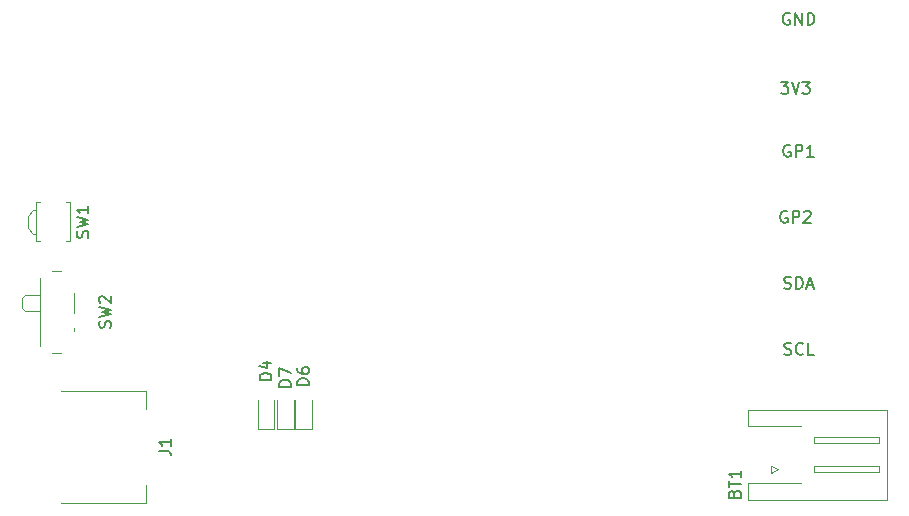
<source format=gbr>
G04 #@! TF.GenerationSoftware,KiCad,Pcbnew,5.0.2-bee76a0~70~ubuntu18.04.1*
G04 #@! TF.CreationDate,2019-01-18T14:13:04+00:00*
G04 #@! TF.ProjectId,badge,62616467-652e-46b6-9963-61645f706362,rev?*
G04 #@! TF.SameCoordinates,Original*
G04 #@! TF.FileFunction,Legend,Top*
G04 #@! TF.FilePolarity,Positive*
%FSLAX46Y46*%
G04 Gerber Fmt 4.6, Leading zero omitted, Abs format (unit mm)*
G04 Created by KiCad (PCBNEW 5.0.2-bee76a0~70~ubuntu18.04.1) date Fri 18 Jan 2019 14:13:04 GMT*
%MOMM*%
%LPD*%
G01*
G04 APERTURE LIST*
%ADD10C,0.120000*%
%ADD11C,0.150000*%
G04 APERTURE END LIST*
D10*
G04 #@! TO.C,D7*
X46305000Y-108420000D02*
X46305000Y-110905000D01*
X46305000Y-110905000D02*
X47675000Y-110905000D01*
X47675000Y-110905000D02*
X47675000Y-108420000D01*
G04 #@! TO.C,D4*
X44654000Y-108420000D02*
X44654000Y-110905000D01*
X44654000Y-110905000D02*
X46024000Y-110905000D01*
X46024000Y-110905000D02*
X46024000Y-108420000D01*
G04 #@! TO.C,J1*
X35215000Y-115645000D02*
X35215000Y-117145000D01*
X35215000Y-117145000D02*
X27955000Y-117145000D01*
X35215000Y-107645000D02*
X27955000Y-107645000D01*
X35215000Y-107645000D02*
X35215000Y-109145000D01*
G04 #@! TO.C,BT1*
X97880000Y-113050000D02*
X97880000Y-116860000D01*
X97880000Y-116860000D02*
X86160000Y-116860000D01*
X86160000Y-116860000D02*
X86160000Y-115440000D01*
X86160000Y-115440000D02*
X90660000Y-115440000D01*
X97880000Y-113050000D02*
X97880000Y-109240000D01*
X97880000Y-109240000D02*
X86160000Y-109240000D01*
X86160000Y-109240000D02*
X86160000Y-110660000D01*
X86160000Y-110660000D02*
X90660000Y-110660000D01*
X91770000Y-114550000D02*
X97270000Y-114550000D01*
X97270000Y-114550000D02*
X97270000Y-114050000D01*
X97270000Y-114050000D02*
X91770000Y-114050000D01*
X91770000Y-114050000D02*
X91770000Y-114550000D01*
X91770000Y-112050000D02*
X97270000Y-112050000D01*
X97270000Y-112050000D02*
X97270000Y-111550000D01*
X97270000Y-111550000D02*
X91770000Y-111550000D01*
X91770000Y-111550000D02*
X91770000Y-112050000D01*
X88670000Y-114300000D02*
X88070000Y-114600000D01*
X88070000Y-114600000D02*
X88070000Y-114000000D01*
X88070000Y-114000000D02*
X88670000Y-114300000D01*
G04 #@! TO.C,D6*
X49199000Y-110905000D02*
X49199000Y-108420000D01*
X47829000Y-110905000D02*
X49199000Y-110905000D01*
X47829000Y-108420000D02*
X47829000Y-110905000D01*
G04 #@! TO.C,SW1*
X25205000Y-93845000D02*
X25585000Y-94345000D01*
X25585000Y-94345000D02*
X25905000Y-94345000D01*
X25205000Y-93845000D02*
X25205000Y-92845000D01*
X25205000Y-92845000D02*
X25585000Y-92345000D01*
X25585000Y-92345000D02*
X25905000Y-92345000D01*
X28705000Y-94995000D02*
X28705000Y-91695000D01*
X28405000Y-94995000D02*
X28705000Y-94995000D01*
X28705000Y-91695000D02*
X28405000Y-91695000D01*
X26205000Y-94995000D02*
X25905000Y-94995000D01*
X25905000Y-94995000D02*
X25905000Y-91695000D01*
X25905000Y-91695000D02*
X26205000Y-91695000D01*
G04 #@! TO.C,SW2*
X29060000Y-102365000D02*
X29060000Y-102565000D01*
X24920000Y-99565000D02*
X24710000Y-99765000D01*
X24920000Y-100865000D02*
X24710000Y-100665000D01*
X26210000Y-99565000D02*
X24920000Y-99565000D01*
X24710000Y-99765000D02*
X24710000Y-100665000D01*
X24920000Y-100865000D02*
X26210000Y-100865000D01*
X26210000Y-98115000D02*
X26210000Y-103815000D01*
X29060000Y-99365000D02*
X29060000Y-101065000D01*
X28010000Y-97515000D02*
X27220000Y-97515000D01*
X27220000Y-104415000D02*
X28010000Y-104415000D01*
G04 #@! TO.C,GND*
D11*
X89662095Y-75700000D02*
X89566857Y-75652380D01*
X89424000Y-75652380D01*
X89281142Y-75700000D01*
X89185904Y-75795238D01*
X89138285Y-75890476D01*
X89090666Y-76080952D01*
X89090666Y-76223809D01*
X89138285Y-76414285D01*
X89185904Y-76509523D01*
X89281142Y-76604761D01*
X89424000Y-76652380D01*
X89519238Y-76652380D01*
X89662095Y-76604761D01*
X89709714Y-76557142D01*
X89709714Y-76223809D01*
X89519238Y-76223809D01*
X90138285Y-76652380D02*
X90138285Y-75652380D01*
X90709714Y-76652380D01*
X90709714Y-75652380D01*
X91185904Y-76652380D02*
X91185904Y-75652380D01*
X91424000Y-75652380D01*
X91566857Y-75700000D01*
X91662095Y-75795238D01*
X91709714Y-75890476D01*
X91757333Y-76080952D01*
X91757333Y-76223809D01*
X91709714Y-76414285D01*
X91662095Y-76509523D01*
X91566857Y-76604761D01*
X91424000Y-76652380D01*
X91185904Y-76652380D01*
G04 #@! TO.C,GP1*
X89709714Y-86876000D02*
X89614476Y-86828380D01*
X89471619Y-86828380D01*
X89328761Y-86876000D01*
X89233523Y-86971238D01*
X89185904Y-87066476D01*
X89138285Y-87256952D01*
X89138285Y-87399809D01*
X89185904Y-87590285D01*
X89233523Y-87685523D01*
X89328761Y-87780761D01*
X89471619Y-87828380D01*
X89566857Y-87828380D01*
X89709714Y-87780761D01*
X89757333Y-87733142D01*
X89757333Y-87399809D01*
X89566857Y-87399809D01*
X90185904Y-87828380D02*
X90185904Y-86828380D01*
X90566857Y-86828380D01*
X90662095Y-86876000D01*
X90709714Y-86923619D01*
X90757333Y-87018857D01*
X90757333Y-87161714D01*
X90709714Y-87256952D01*
X90662095Y-87304571D01*
X90566857Y-87352190D01*
X90185904Y-87352190D01*
X91709714Y-87828380D02*
X91138285Y-87828380D01*
X91424000Y-87828380D02*
X91424000Y-86828380D01*
X91328761Y-86971238D01*
X91233523Y-87066476D01*
X91138285Y-87114095D01*
G04 #@! TO.C,GP2*
X89455714Y-92464000D02*
X89360476Y-92416380D01*
X89217619Y-92416380D01*
X89074761Y-92464000D01*
X88979523Y-92559238D01*
X88931904Y-92654476D01*
X88884285Y-92844952D01*
X88884285Y-92987809D01*
X88931904Y-93178285D01*
X88979523Y-93273523D01*
X89074761Y-93368761D01*
X89217619Y-93416380D01*
X89312857Y-93416380D01*
X89455714Y-93368761D01*
X89503333Y-93321142D01*
X89503333Y-92987809D01*
X89312857Y-92987809D01*
X89931904Y-93416380D02*
X89931904Y-92416380D01*
X90312857Y-92416380D01*
X90408095Y-92464000D01*
X90455714Y-92511619D01*
X90503333Y-92606857D01*
X90503333Y-92749714D01*
X90455714Y-92844952D01*
X90408095Y-92892571D01*
X90312857Y-92940190D01*
X89931904Y-92940190D01*
X90884285Y-92511619D02*
X90931904Y-92464000D01*
X91027142Y-92416380D01*
X91265238Y-92416380D01*
X91360476Y-92464000D01*
X91408095Y-92511619D01*
X91455714Y-92606857D01*
X91455714Y-92702095D01*
X91408095Y-92844952D01*
X90836666Y-93416380D01*
X91455714Y-93416380D01*
G04 #@! TO.C,SCL*
X89233523Y-104544761D02*
X89376380Y-104592380D01*
X89614476Y-104592380D01*
X89709714Y-104544761D01*
X89757333Y-104497142D01*
X89804952Y-104401904D01*
X89804952Y-104306666D01*
X89757333Y-104211428D01*
X89709714Y-104163809D01*
X89614476Y-104116190D01*
X89424000Y-104068571D01*
X89328761Y-104020952D01*
X89281142Y-103973333D01*
X89233523Y-103878095D01*
X89233523Y-103782857D01*
X89281142Y-103687619D01*
X89328761Y-103640000D01*
X89424000Y-103592380D01*
X89662095Y-103592380D01*
X89804952Y-103640000D01*
X90804952Y-104497142D02*
X90757333Y-104544761D01*
X90614476Y-104592380D01*
X90519238Y-104592380D01*
X90376380Y-104544761D01*
X90281142Y-104449523D01*
X90233523Y-104354285D01*
X90185904Y-104163809D01*
X90185904Y-104020952D01*
X90233523Y-103830476D01*
X90281142Y-103735238D01*
X90376380Y-103640000D01*
X90519238Y-103592380D01*
X90614476Y-103592380D01*
X90757333Y-103640000D01*
X90804952Y-103687619D01*
X91709714Y-104592380D02*
X91233523Y-104592380D01*
X91233523Y-103592380D01*
G04 #@! TO.C,SDA*
X89209714Y-98956761D02*
X89352571Y-99004380D01*
X89590666Y-99004380D01*
X89685904Y-98956761D01*
X89733523Y-98909142D01*
X89781142Y-98813904D01*
X89781142Y-98718666D01*
X89733523Y-98623428D01*
X89685904Y-98575809D01*
X89590666Y-98528190D01*
X89400190Y-98480571D01*
X89304952Y-98432952D01*
X89257333Y-98385333D01*
X89209714Y-98290095D01*
X89209714Y-98194857D01*
X89257333Y-98099619D01*
X89304952Y-98052000D01*
X89400190Y-98004380D01*
X89638285Y-98004380D01*
X89781142Y-98052000D01*
X90209714Y-99004380D02*
X90209714Y-98004380D01*
X90447809Y-98004380D01*
X90590666Y-98052000D01*
X90685904Y-98147238D01*
X90733523Y-98242476D01*
X90781142Y-98432952D01*
X90781142Y-98575809D01*
X90733523Y-98766285D01*
X90685904Y-98861523D01*
X90590666Y-98956761D01*
X90447809Y-99004380D01*
X90209714Y-99004380D01*
X91162095Y-98718666D02*
X91638285Y-98718666D01*
X91066857Y-99004380D02*
X91400190Y-98004380D01*
X91733523Y-99004380D01*
G04 #@! TO.C,D7*
X47442380Y-107291095D02*
X46442380Y-107291095D01*
X46442380Y-107053000D01*
X46490000Y-106910142D01*
X46585238Y-106814904D01*
X46680476Y-106767285D01*
X46870952Y-106719666D01*
X47013809Y-106719666D01*
X47204285Y-106767285D01*
X47299523Y-106814904D01*
X47394761Y-106910142D01*
X47442380Y-107053000D01*
X47442380Y-107291095D01*
X46442380Y-106386333D02*
X46442380Y-105719666D01*
X47442380Y-106148238D01*
G04 #@! TO.C,D4*
X45791380Y-106706595D02*
X44791380Y-106706595D01*
X44791380Y-106468500D01*
X44839000Y-106325642D01*
X44934238Y-106230404D01*
X45029476Y-106182785D01*
X45219952Y-106135166D01*
X45362809Y-106135166D01*
X45553285Y-106182785D01*
X45648523Y-106230404D01*
X45743761Y-106325642D01*
X45791380Y-106468500D01*
X45791380Y-106706595D01*
X45124714Y-105278023D02*
X45791380Y-105278023D01*
X44743761Y-105516119D02*
X45458047Y-105754214D01*
X45458047Y-105135166D01*
G04 #@! TO.C,J1*
X36282380Y-112728333D02*
X36996666Y-112728333D01*
X37139523Y-112775952D01*
X37234761Y-112871190D01*
X37282380Y-113014047D01*
X37282380Y-113109285D01*
X37282380Y-111728333D02*
X37282380Y-112299761D01*
X37282380Y-112014047D02*
X36282380Y-112014047D01*
X36425238Y-112109285D01*
X36520476Y-112204523D01*
X36568095Y-112299761D01*
G04 #@! TO.C,BT1*
X84998571Y-116355714D02*
X85046190Y-116212857D01*
X85093809Y-116165238D01*
X85189047Y-116117619D01*
X85331904Y-116117619D01*
X85427142Y-116165238D01*
X85474761Y-116212857D01*
X85522380Y-116308095D01*
X85522380Y-116689047D01*
X84522380Y-116689047D01*
X84522380Y-116355714D01*
X84570000Y-116260476D01*
X84617619Y-116212857D01*
X84712857Y-116165238D01*
X84808095Y-116165238D01*
X84903333Y-116212857D01*
X84950952Y-116260476D01*
X84998571Y-116355714D01*
X84998571Y-116689047D01*
X84522380Y-115831904D02*
X84522380Y-115260476D01*
X85522380Y-115546190D02*
X84522380Y-115546190D01*
X85522380Y-114403333D02*
X85522380Y-114974761D01*
X85522380Y-114689047D02*
X84522380Y-114689047D01*
X84665238Y-114784285D01*
X84760476Y-114879523D01*
X84808095Y-114974761D01*
G04 #@! TO.C,D6*
X48966380Y-107164095D02*
X47966380Y-107164095D01*
X47966380Y-106926000D01*
X48014000Y-106783142D01*
X48109238Y-106687904D01*
X48204476Y-106640285D01*
X48394952Y-106592666D01*
X48537809Y-106592666D01*
X48728285Y-106640285D01*
X48823523Y-106687904D01*
X48918761Y-106783142D01*
X48966380Y-106926000D01*
X48966380Y-107164095D01*
X47966380Y-105735523D02*
X47966380Y-105926000D01*
X48014000Y-106021238D01*
X48061619Y-106068857D01*
X48204476Y-106164095D01*
X48394952Y-106211714D01*
X48775904Y-106211714D01*
X48871142Y-106164095D01*
X48918761Y-106116476D01*
X48966380Y-106021238D01*
X48966380Y-105830761D01*
X48918761Y-105735523D01*
X48871142Y-105687904D01*
X48775904Y-105640285D01*
X48537809Y-105640285D01*
X48442571Y-105687904D01*
X48394952Y-105735523D01*
X48347333Y-105830761D01*
X48347333Y-106021238D01*
X48394952Y-106116476D01*
X48442571Y-106164095D01*
X48537809Y-106211714D01*
G04 #@! TO.C,SW1*
X30249761Y-94678333D02*
X30297380Y-94535476D01*
X30297380Y-94297380D01*
X30249761Y-94202142D01*
X30202142Y-94154523D01*
X30106904Y-94106904D01*
X30011666Y-94106904D01*
X29916428Y-94154523D01*
X29868809Y-94202142D01*
X29821190Y-94297380D01*
X29773571Y-94487857D01*
X29725952Y-94583095D01*
X29678333Y-94630714D01*
X29583095Y-94678333D01*
X29487857Y-94678333D01*
X29392619Y-94630714D01*
X29345000Y-94583095D01*
X29297380Y-94487857D01*
X29297380Y-94249761D01*
X29345000Y-94106904D01*
X29297380Y-93773571D02*
X30297380Y-93535476D01*
X29583095Y-93345000D01*
X30297380Y-93154523D01*
X29297380Y-92916428D01*
X30297380Y-92011666D02*
X30297380Y-92583095D01*
X30297380Y-92297380D02*
X29297380Y-92297380D01*
X29440238Y-92392619D01*
X29535476Y-92487857D01*
X29583095Y-92583095D01*
G04 #@! TO.C,SW2*
X32154761Y-102298333D02*
X32202380Y-102155476D01*
X32202380Y-101917380D01*
X32154761Y-101822142D01*
X32107142Y-101774523D01*
X32011904Y-101726904D01*
X31916666Y-101726904D01*
X31821428Y-101774523D01*
X31773809Y-101822142D01*
X31726190Y-101917380D01*
X31678571Y-102107857D01*
X31630952Y-102203095D01*
X31583333Y-102250714D01*
X31488095Y-102298333D01*
X31392857Y-102298333D01*
X31297619Y-102250714D01*
X31250000Y-102203095D01*
X31202380Y-102107857D01*
X31202380Y-101869761D01*
X31250000Y-101726904D01*
X31202380Y-101393571D02*
X32202380Y-101155476D01*
X31488095Y-100965000D01*
X32202380Y-100774523D01*
X31202380Y-100536428D01*
X31297619Y-100203095D02*
X31250000Y-100155476D01*
X31202380Y-100060238D01*
X31202380Y-99822142D01*
X31250000Y-99726904D01*
X31297619Y-99679285D01*
X31392857Y-99631666D01*
X31488095Y-99631666D01*
X31630952Y-99679285D01*
X32202380Y-100250714D01*
X32202380Y-99631666D01*
G04 #@! TO.C,3V3*
X88931904Y-81494380D02*
X89550952Y-81494380D01*
X89217619Y-81875333D01*
X89360476Y-81875333D01*
X89455714Y-81922952D01*
X89503333Y-81970571D01*
X89550952Y-82065809D01*
X89550952Y-82303904D01*
X89503333Y-82399142D01*
X89455714Y-82446761D01*
X89360476Y-82494380D01*
X89074761Y-82494380D01*
X88979523Y-82446761D01*
X88931904Y-82399142D01*
X89836666Y-81494380D02*
X90170000Y-82494380D01*
X90503333Y-81494380D01*
X90741428Y-81494380D02*
X91360476Y-81494380D01*
X91027142Y-81875333D01*
X91170000Y-81875333D01*
X91265238Y-81922952D01*
X91312857Y-81970571D01*
X91360476Y-82065809D01*
X91360476Y-82303904D01*
X91312857Y-82399142D01*
X91265238Y-82446761D01*
X91170000Y-82494380D01*
X90884285Y-82494380D01*
X90789047Y-82446761D01*
X90741428Y-82399142D01*
G04 #@! TD*
M02*

</source>
